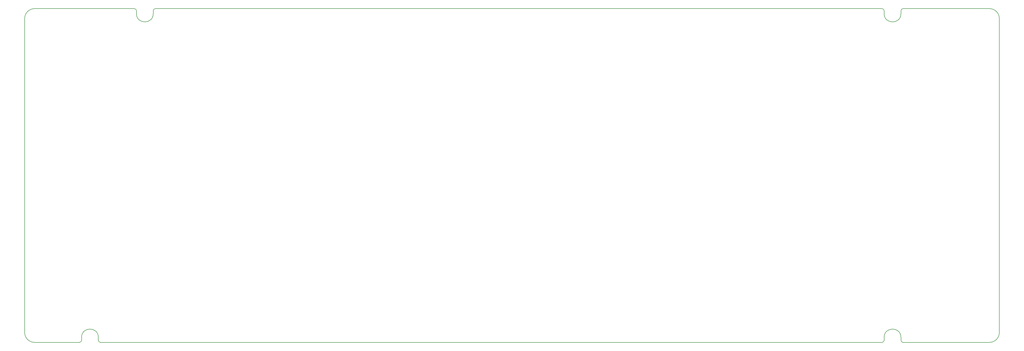
<source format=gbr>
%TF.GenerationSoftware,KiCad,Pcbnew,(5.1.10)-1*%
%TF.CreationDate,2021-12-21T07:20:54+07:00*%
%TF.ProjectId,solder,736f6c64-6572-42e6-9b69-6361645f7063,rev?*%
%TF.SameCoordinates,Original*%
%TF.FileFunction,Profile,NP*%
%FSLAX46Y46*%
G04 Gerber Fmt 4.6, Leading zero omitted, Abs format (unit mm)*
G04 Created by KiCad (PCBNEW (5.1.10)-1) date 2021-12-21 07:20:54*
%MOMM*%
%LPD*%
G01*
G04 APERTURE LIST*
%TA.AperFunction,Profile*%
%ADD10C,0.200000*%
%TD*%
G04 APERTURE END LIST*
D10*
X17812520Y-133350017D02*
G75*
G02*
X14287520Y-129825017I0J3525000D01*
G01*
X14287520Y-17812519D02*
X14287520Y-129825017D01*
X14287520Y-17812519D02*
G75*
G02*
X17812520Y-14287519I3525000J0D01*
G01*
X358425020Y-14287521D02*
X327600019Y-14287520D01*
X358425020Y-14287521D02*
G75*
G02*
X361950020Y-17812521I0J-3525000D01*
G01*
X361950020Y-129825019D02*
X361950020Y-17812521D01*
X17812520Y-133350018D02*
X33825020Y-133350018D01*
X326850019Y-15037520D02*
G75*
G02*
X327600019Y-14287520I750000J0D01*
G01*
X320100020Y-14287520D02*
G75*
G02*
X320850020Y-15037520I0J-750000D01*
G01*
X320850019Y-16037519D02*
X320850019Y-15037520D01*
X326850020Y-16037519D02*
G75*
G02*
X320850020Y-16037519I-3000000J0D01*
G01*
X326850019Y-15037520D02*
X326850020Y-16037520D01*
X60150020Y-15037519D02*
G75*
G02*
X60900020Y-14287519I750000J0D01*
G01*
X54150020Y-16037520D02*
X54150020Y-15037519D01*
X60150020Y-16037520D02*
G75*
G02*
X54150020Y-16037520I-3000000J0D01*
G01*
X320100020Y-14287520D02*
X60900020Y-14287519D01*
X60150020Y-15037519D02*
X60150020Y-16037520D01*
X34575020Y-132600018D02*
X34575020Y-131600019D01*
X34575020Y-132600018D02*
G75*
G02*
X33825020Y-133350018I-750000J0D01*
G01*
X320850020Y-132600019D02*
G75*
G02*
X320100020Y-133350019I-750000J0D01*
G01*
X41325020Y-133350018D02*
X320100020Y-133350019D01*
X41325020Y-133350018D02*
G75*
G02*
X40575020Y-132600018I0J750000D01*
G01*
X40575020Y-131600019D02*
X40575020Y-132600018D01*
X34575020Y-131600019D02*
G75*
G02*
X40575020Y-131600019I3000000J0D01*
G01*
X53400020Y-14287519D02*
X17812520Y-14287519D01*
X53400020Y-14287519D02*
G75*
G02*
X54150020Y-15037519I0J-750000D01*
G01*
X327600020Y-133350019D02*
G75*
G02*
X326850020Y-132600019I0J750000D01*
G01*
X326850020Y-131600019D02*
X326850020Y-132600019D01*
X320850020Y-131600019D02*
G75*
G02*
X326850020Y-131600019I3000000J0D01*
G01*
X320850019Y-132600019D02*
X320850020Y-131600019D01*
X327600020Y-133350019D02*
X358425020Y-133350019D01*
X361950020Y-129825019D02*
G75*
G02*
X358425020Y-133350019I-3525000J0D01*
G01*
M02*

</source>
